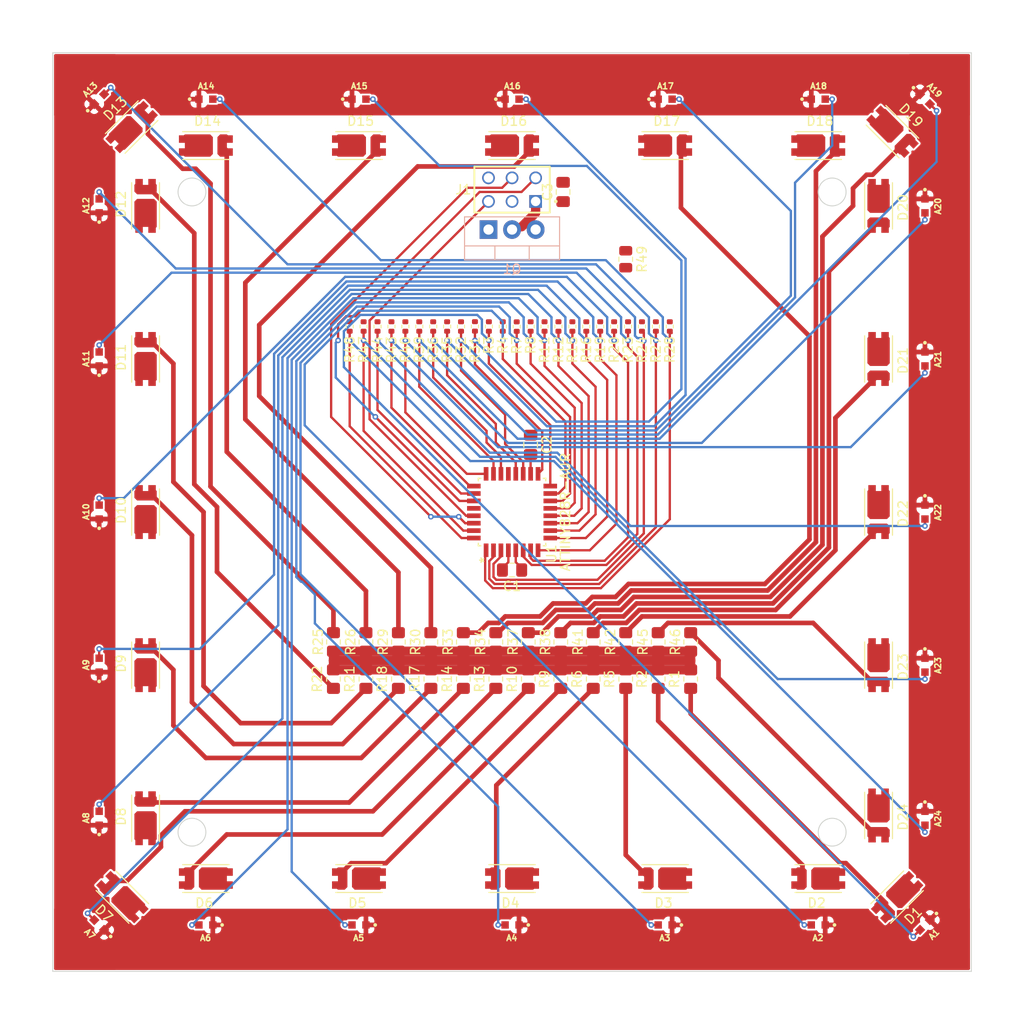
<source format=kicad_pcb>
(kicad_pcb (version 20211014) (generator pcbnew)
  (layers (0 "F.Cu" signal) (31 "B.Cu" signal) (34 "B.Paste" user) (35 "F.Paste" user) (36 "B.SilkS" user "B.Silkscreen") (37 "F.SilkS" user "F.Silkscreen") (38 "B.Mask" user) (39 "F.Mask" user) (44 "Edge.Cuts" user))
  (net 0 "")
  (net 1 "+5V")
  (net 2 "/SEN1")
  (net 3 "/SEN2")
  (net 4 "/SEN3")
  (net 5 "/SEN4")
  (net 6 "/SEN5")
  (net 7 "/SEN6")
  (net 8 "/SEN7")
  (net 9 "/SEN8")
  (net 10 "/SEN9")
  (net 11 "/SEN10")
  (net 12 "/SEN11")
  (net 13 "/SEN12")
  (net 14 "/SEN13")
  (net 15 "/SEN14")
  (net 16 "/SEN15")
  (net 17 "/SEN16")
  (net 18 "/SEN17")
  (net 19 "/SEN18")
  (net 20 "/SEN19")
  (net 21 "/SEN20")
  (net 22 "/SEN21")
  (net 23 "/SEN22")
  (net 24 "/SEN23")
  (net 25 "/SEN24")
  (net 26 "GND")
  (net 27 "Net-(D1-PadA)")
  (net 28 "Net-(D2-PadA)")
  (net 29 "Net-(D3-PadA)")
  (net 30 "Net-(D4-PadA)")
  (net 31 "Net-(D5-PadA)")
  (net 32 "Net-(D6-PadA)")
  (net 33 "Net-(D7-PadA)")
  (net 34 "Net-(D8-PadA)")
  (net 35 "Net-(D9-PadA)")
  (net 36 "Net-(D10-PadA)")
  (net 37 "Net-(D11-PadA)")
  (net 38 "Net-(D12-PadA)")
  (net 39 "Net-(D13-PadA)")
  (net 40 "Net-(D14-PadA)")
  (net 41 "Net-(D15-PadA)")
  (net 42 "Net-(D16-PadA)")
  (net 43 "Net-(D17-PadA)")
  (net 44 "Net-(D18-PadA)")
  (net 45 "Net-(D19-PadA)")
  (net 46 "Net-(D20-PadA)")
  (net 47 "Net-(D21-PadA)")
  (net 48 "Net-(D22-PadA)")
  (net 49 "Net-(D23-PadA)")
  (net 50 "Net-(D24-PadA)")
  (net 51 "/SDA{slash}MOSI")
  (net 52 "/SCL")
  (net 53 "/RST")
  (net 54 "/MSFTDRN")
  (net 56 "/LEDPWM")
  (footprint "Capacitor_SMD:C_0805_2012Metric_Pad1.18x1.45mm_HandSolder" (layer "F.Cu") (at 253.5 147.75)
    (fp_text reference "C1")
    (fp_text value "0.1UF")
  )
  (footprint "Resistor_SMD:R_0402_1005Metric" (layer "F.Cu") (at 246.5 121.5 -90)
    (fp_text reference "R35")
    (fp_text value "10K")
  )
  (footprint "ALS-PT19-315C_L177_TR8:XDCR_ALS-PT19-315C_L177_TR8" (layer "F.Cu") (at 298 97 -45)
    (fp_text reference "A19")
    (fp_text value "ALS-PT19-315C/L177/TR8")
  )
  (footprint "Resistor_SMD:R_0402_1005Metric" (layer "F.Cu") (at 269 121.5 -90)
    (fp_text reference "R27")
    (fp_text value "10K")
  )
  (footprint "SPMWHT541ML5XATMS6:LED_SPMWHT541MP5WAPKS4" (layer "F.Cu") (at 211.5 183 135)
    (fp_text reference "D7")
    (fp_text value "SPMWHT541ML5XATMS6")
  )
  (footprint "ALS-PT19-315C_L177_TR8:XDCR_ALS-PT19-315C_L177_TR8" (layer "F.Cu") (at 286.5 97)
    (fp_text reference "A18")
    (fp_text value "ALS-PT19-315C/L177/TR8")
  )
  (footprint "ALS-PT19-315C_L177_TR8:XDCR_ALS-PT19-315C_L177_TR8" (layer "F.Cu") (at 209 108.5 90)
    (fp_text reference "A12")
    (fp_text value "ALS-PT19-315C/L177/TR8")
  )
  (footprint "SPMWHT541ML5XATMS6:LED_SPMWHT541MP5WAPKS4" (layer "F.Cu") (at 214 174.5 90)
    (fp_text reference "D8")
    (fp_text value "SPMWHT541ML5XATMS6")
  )
  (footprint "Resistor_SMD:R_0805_2012Metric_Pad1.20x1.40mm_HandSolder" (layer "F.Cu") (at 272.75 159.5 -90)
    (fp_text reference "R1")
    (fp_text value "261R")
  )
  (footprint "Resistor_SMD:R_0402_1005Metric" (layer "F.Cu") (at 257 121.5 -90)
    (fp_text reference "R11")
    (fp_text value "10K")
  )
  (footprint "Resistor_SMD:R_0805_2012Metric_Pad1.20x1.40mm_HandSolder" (layer "F.Cu") (at 248.25 155.5 90)
    (fp_text reference "R33")
    (fp_text value "261R")
  )
  (footprint "SPMWHT541ML5XATMS6:LED_SPMWHT541MP5WAPKS4" (layer "F.Cu") (at 293 108.5 -90)
    (fp_text reference "D20")
    (fp_text value "SPMWHT541ML5XATMS6")
  )
  (footprint "ALS-PT19-315C_L177_TR8:XDCR_ALS-PT19-315C_L177_TR8" (layer "F.Cu") (at 237 186 180)
    (fp_text reference "A5")
    (fp_text value "ALS-PT19-315C/L177/TR8")
  )
  (footprint "ALS-PT19-315C_L177_TR8:XDCR_ALS-PT19-315C_L177_TR8" (layer "F.Cu") (at 220.5 186 180)
    (fp_text reference "A6")
    (fp_text value "ALS-PT19-315C/L177/TR8")
  )
  (footprint "Resistor_SMD:R_0805_2012Metric_Pad1.20x1.40mm_HandSolder" (layer "F.Cu") (at 265.75 159.5 -90)
    (fp_text reference "R5")
    (fp_text value "261R")
  )
  (footprint "Capacitor_SMD:C_0805_2012Metric_Pad1.18x1.45mm_HandSolder" (layer "F.Cu") (at 255.5 134.25 90)
    (fp_text reference "C2")
    (fp_text value "0.1UF")
  )
  (footprint "Resistor_SMD:R_0402_1005Metric" (layer "F.Cu") (at 264.5 121.5 -90)
    (fp_text reference "R20")
    (fp_text value "10K")
  )
  (footprint "Resistor_SMD:R_0805_2012Metric_Pad1.20x1.40mm_HandSolder" (layer "F.Cu") (at 262.25 155.5 90)
    (fp_text reference "R41")
    (fp_text value "261R")
  )
  (footprint "Resistor_SMD:R_0402_1005Metric" (layer "F.Cu") (at 255.5 121.5 -90)
    (fp_text reference "R8")
    (fp_text value "10K")
  )
  (footprint "Resistor_SMD:R_0402_1005Metric" (layer "F.Cu") (at 252.5 121.5 -90)
    (fp_text reference "R4")
    (fp_text value "10K")
  )
  (footprint "SPMWHT541ML5XATMS6:LED_SPMWHT541MP5WAPKS4" (layer "F.Cu") (at 270 102)
    (fp_text reference "D17")
    (fp_text value "SPMWHT541ML5XATMS6")
  )
  (footprint "Resistor_SMD:R_0805_2012Metric_Pad1.20x1.40mm_HandSolder" (layer "F.Cu") (at 241.25 159.5 -90)
    (fp_text reference "R18")
    (fp_text value "261R")
  )
  (footprint "SPMWHT541ML5XATMS6:LED_SPMWHT541MP5WAPKS4" (layer "F.Cu") (at 253.5 181 180)
    (fp_text reference "D4")
    (fp_text value "SPMWHT541ML5XATMS6")
  )
  (footprint "ALS-PT19-315C_L177_TR8:XDCR_ALS-PT19-315C_L177_TR8" (layer "F.Cu") (at 253.5 97)
    (fp_text reference "A16")
    (fp_text value "ALS-PT19-315C/L177/TR8")
  )
  (footprint "Resistor_SMD:R_0402_1005Metric" (layer "F.Cu") (at 266 121.5 -90)
    (fp_text reference "R23")
    (fp_text value "10K")
  )
  (footprint "Resistor_SMD:R_0805_2012Metric_Pad1.20x1.40mm_HandSolder" (layer "F.Cu") (at 234.25 159.5 -90)
    (fp_text reference "R22")
    (fp_text value "261R")
  )
  (footprint "Resistor_SMD:R_0805_2012Metric_Pad1.20x1.40mm_HandSolder" (layer "F.Cu") (at 265.75 155.5 90)
    (fp_text reference "R42")
    (fp_text value "261R")
  )
  (footprint "ALS-PT19-315C_L177_TR8:XDCR_ALS-PT19-315C_L177_TR8" (layer "F.Cu") (at 298 186 -135)
    (fp_text reference "A1")
    (fp_text value "ALS-PT19-315C/L177/TR8")
  )
  (footprint "SPMWHT541ML5XATMS6:LED_SPMWHT541MP5WAPKS4" (layer "F.Cu") (at 212.5 100 45)
    (fp_text reference "D13")
    (fp_text value "SPMWHT541ML5XATMS6")
  )
  (footprint "SPMWHT541ML5XATMS6:LED_SPMWHT541MP5WAPKS4" (layer "F.Cu") (at 214 158 90)
    (fp_text reference "D9")
    (fp_text value "SPMWHT541ML5XATMS6")
  )
  (footprint "SPMWHT541ML5XATMS6:LED_SPMWHT541MP5WAPKS4" (layer "F.Cu") (at 293 174.2 -90)
    (fp_text reference "D24")
    (fp_text value "SPMWHT541ML5XATMS6")
  )
  (footprint "Resistor_SMD:R_0805_2012Metric_Pad1.20x1.40mm_HandSolder" (layer "F.Cu") (at 251.75 159.5 -90)
    (fp_text reference "R13")
    (fp_text value "261R")
  )
  (footprint "ATTINY828R-AUR:TQFP32_9X9_MCH" (layer "F.Cu") (at 253.5 141.5 90)
    (fp_text reference "U1")
    (fp_text value "ATTINY828R-AUR")
  )
  (footprint "Resistor_SMD:R_0805_2012Metric_Pad1.20x1.40mm_HandSolder" (layer "F.Cu") (at 255.25 159.5 -90)
    (fp_text reference "R10")
    (fp_text value "261R")
  )
  (footprint "Resistor_SMD:R_0402_1005Metric" (layer "F.Cu") (at 249.5 121.49 -90)
    (fp_text reference "R31")
    (fp_text value "10K")
  )
  (footprint "Resistor_SMD:R_0402_1005Metric" (layer "F.Cu") (at 242 121.5 -90)
    (fp_text reference "R40")
    (fp_text value "10K")
  )
  (footprint "SPMWHT541ML5XATMS6:LED_SPMWHT541MP5WAPKS4" (layer "F.Cu") (at 214 108.5 90)
    (fp_text reference "D12")
    (fp_text value "SPMWHT541ML5XATMS6")
  )
  (footprint "Resistor_SMD:R_0402_1005Metric" (layer "F.Cu") (at 245 121.5 -90)
    (fp_text reference "R36")
    (fp_text value "10K")
  )
  (footprint "Resistor_SMD:R_0805_2012Metric_Pad1.20x1.40mm_HandSolder" (layer "F.Cu") (at 269.25 155.5 90)
    (fp_text reference "R45")
    (fp_text value "261R")
  )
  (footprint "Resistor_SMD:R_0805_2012Metric_Pad1.20x1.40mm_HandSolder" (layer "F.Cu") (at 258.75 159.5 -90)
    (fp_text reference "R9")
    (fp_text value "261R")
  )
  (footprint "Resistor_SMD:R_0402_1005Metric" (layer "F.Cu") (at 267.5 121.5 -90)
    (fp_text reference "R24")
    (fp_text value "10K")
  )
  (footprint "SPMWHT541ML5XATMS6:LED_SPMWHT541MP5WAPKS4" (layer "F.Cu") (at 237 102)
    (fp_text reference "D15")
    (fp_text value "SPMWHT541ML5XATMS6")
  )
  (footprint "SPMWHT541ML5XATMS6:LED_SPMWHT541MP5WAPKS4" (layer "F.Cu") (at 286.5 102)
    (fp_text reference "D18")
    (fp_text value "SPMWHT541ML5XATMS6")
  )
  (footprint "Resistor_SMD:R_0402_1005Metric" (layer "F.Cu") (at 239 121.5 -90)
    (fp_text reference "R44")
    (fp_text value "10K")
  )
  (footprint "ALS-PT19-315C_L177_TR8:XDCR_ALS-PT19-315C_L177_TR8" (layer "F.Cu") (at 220.5 97)
    (fp_text reference "A14")
    (fp_text value "ALS-PT19-315C/L177/TR8")
  )
  (footprint "ALS-PT19-315C_L177_TR8:XDCR_ALS-PT19-315C_L177_TR8" (layer "F.Cu") (at 270 186 180)
    (fp_text reference "A3")
    (fp_text value "ALS-PT19-315C/L177/TR8")
  )
  (footprint "Resistor_SMD:R_0805_2012Metric_Pad1.20x1.40mm_HandSolder" (layer "F.Cu") (at 262.25 159.5 -90)
    (fp_text reference "R6")
    (fp_text value "261R")
  )
  (footprint "SPMWHT541ML5XATMS6:LED_SPMWHT541MP5WAPKS4" (layer "F.Cu") (at 237 181 180)
    (fp_text reference "D5")
    (fp_text value "SPMWHT541ML5XATMS6")
  )
  (footprint "Resistor_SMD:R_0402_1005Metric" (layer "F.Cu") (at 254 121.51 -90)
    (fp_text reference "R7")
    (fp_text value "10K")
  )
  (footprint "ALS-PT19-315C_L177_TR8:XDCR_ALS-PT19-315C_L177_TR8" (layer "F.Cu") (at 209 125 90)
    (fp_text reference "A11")
    (fp_text value "ALS-PT19-315C/L177/TR8")
  )
  (footprint "Resistor_SMD:R_0805_2012Metric" (layer "F.Cu") (at 265.75 114.25 90)
    (fp_text reference "R49")
    (fp_text value "10K")
  )
  (footprint "SPMWHT541ML5XATMS6:LED_SPMWHT541MP5WAPKS4" (layer "F.Cu") (at 293 125 -90)
    (fp_text reference "D21")
    (fp_text value "SPMWHT541ML5XATMS6")
  )
  (footprint "ALS-PT19-315C_L177_TR8:XDCR_ALS-PT19-315C_L177_TR8" (layer "F.Cu") (at 209 141.5 90)
    (fp_text reference "A10")
    (fp_text value "ALS-PT19-315C/L177/TR8")
  )
  (footprint "SPMWHT541ML5XATMS6:LED_SPMWHT541MP5WAPKS4" (layer "F.Cu") (at 253.5 102)
    (fp_text reference "D16")
    (fp_text value "SPMWHT541ML5XATMS6")
  )
  (footprint "Resistor_SMD:R_0402_1005Metric" (layer "F.Cu") (at 260 121.5 -90)
    (fp_text reference "R15")
    (fp_text value "10K")
  )
  (footprint "SPMWHT541ML5XATMS6:LED_SPMWHT541MP5WAPKS4" (layer "F.Cu") (at 294.5 100.5 -45)
    (fp_text reference "D19")
    (fp_text value "SPMWHT541ML5XATMS6")
  )
  (footprint "Resistor_SMD:R_0402_1005Metric" (layer "F.Cu") (at 251 121.5 -90)
    (fp_text reference "R3")
    (fp_text value "10K")
  )
  (footprint "SPMWHT541ML5XATMS6:LED_SPMWHT541MP5WAPKS4" (layer "F.Cu") (at 220.5 102)
    (fp_text reference "D14")
    (fp_text value "SPMWHT541ML5XATMS6")
  )
  (footprint "Resistor_SMD:R_0402_1005Metric" (layer "F.Cu") (at 237.5 121.5 -90)
    (fp_text reference "R47")
    (fp_text value "10K")
  )
  (footprint "SPMWHT541ML5XATMS6:LED_SPMWHT541MP5WAPKS4" (layer "F.Cu") (at 270 181 180)
    (fp_text reference "D3")
    (fp_text value "SPMWHT541ML5XATMS6")
  )
  (footprint "SPMWHT541ML5XATMS6:LED_SPMWHT541MP5WAPKS4" (layer "F.Cu") (at 293 141.5 -90)
    (fp_text reference "D22")
    (fp_text value "SPMWHT541ML5XATMS6")
  )
  (footprint "Resistor_SMD:R_0402_1005Metric" (layer "F.Cu") (at 236 121.5 -90)
    (fp_text reference "R48")
    (fp_text value "10K")
  )
  (footprint "SPMWHT541ML5XATMS6:LED_SPMWHT541MP5WAPKS4" (layer "F.Cu") (at 295 183 -135)
    (fp_text reference "D1")
    (fp_text value "SPMWHT541ML5XATMS6")
  )
  (footprint "Resistor_SMD:R_0402_1005Metric" (layer "F.Cu") (at 240.5 121.5 -90)
    (fp_text reference "R43")
    (fp_text value "10K")
  )
  (footprint "Resistor_SMD:R_0402_1005Metric" (layer "F.Cu") (at 248 121.5 -90)
    (fp_text reference "R32")
    (fp_text value "10K")
  )
  (footprint "Resistor_SMD:R_0402_1005Metric" (layer "F.Cu") (at 261.5 121.5 -90)
    (fp_text reference "R16")
    (fp_text value "10K")
  )
  (footprint "ALS-PT19-315C_L177_TR8:XDCR_ALS-PT19-315C_L177_TR8" (layer "F.Cu") (at 298 158 -90)
    (fp_text reference "A23")
    (fp_text value "ALS-PT19-315C/L177/TR8")
  )
  (footprint "Capacitor_SMD:C_0805_2012Metric_Pad1.18x1.45mm_HandSolder" (layer "F.Cu") (at 259 107 90)
    (fp_text reference "C3")
    (fp_text value "10UF")
  )
  (footprint "Resistor_SMD:R_0402_1005Metric" (layer "F.Cu") (at 243.5 121.5 -90)
    (fp_text reference "R39")
    (fp_text value "10K")
  )
  (footprint "Resistor_SMD:R_0805_2012Metric_Pad1.20x1.40mm_HandSolder" (layer "F.Cu") (at 251.75 155.5 90)
    (fp_text reference "R34")
    (fp_text value "261R")
  )
  (footprint "ALS-PT19-315C_L177_TR8:XDCR_ALS-PT19-315C_L177_TR8" (layer "F.Cu") (at 209 158 90)
    (fp_text reference "A9")
    (fp_text value "ALS-PT19-315C/L177/TR8")
  )
  (footprint "Resistor_SMD:R_0805_2012Metric_Pad1.20x1.40mm_HandSolder" (layer "F.Cu") (at 241.25 155.5 90)
    (fp_text reference "R29")
    (fp_text value "261R")
  )
  (footprint "ALS-PT19-315C_L177_TR8:XDCR_ALS-PT19-315C_L177_TR8" (layer "F.Cu") (at 237 97)
    (fp_text reference "A15")
    (fp_text value "ALS-PT19-315C/L177/TR8")
  )
  (footprint "Resistor_SMD:R_0402_1005Metric" (layer "F.Cu") (at 270.5 121.5 -90)
    (fp_text reference "R28")
    (fp_text value "10K")
  )
  (footprint "Resistor_SMD:R_0402_1005Metric" (layer "F.Cu") (at 263 121.5 -90)
    (fp_text reference "R19")
    (fp_text value "10K")
  )
  (footprint "ALS-PT19-315C_L177_TR8:XDCR_ALS-PT19-315C_L177_TR8" (layer "F.Cu") (at 209 97 45)
    (fp_text reference "A13")
    (fp_text value "ALS-PT19-315C/L177/TR8")
  )
  (footprint "Resistor_SMD:R_0805_2012Metric_Pad1.20x1.40mm_HandSolder" (layer "F.Cu") (at 237.75 159.5 -90)
    (fp_text reference "R21")
    (fp_text value "261R")
  )
  (footprint "Resistor_SMD:R_0805_2012Metric_Pad1.20x1.40mm_HandSolder" (layer "F.Cu") (at 237.75 155.5 90)
    (fp_text reference "R26")
    (fp_text value "261R")
  )
  (footprint "ALS-PT19-315C_L177_TR8:XDCR_ALS-PT19-315C_L177_TR8" (layer "F.Cu") (at 298 174.5 -90)
    (fp_text reference "A24")
    (fp_text value "ALS-PT19-315C/L177/TR8")
  )
  (footprint "ALS-PT19-315C_L177_TR8:XDCR_ALS-PT19-315C_L177_TR8" (layer "F.Cu") (at 298 125 -90)
    (fp_text reference "A21")
    (fp_text value "ALS-PT19-315C/L177/TR8")
  )
  (footprint "ALS-PT19-315C_L177_TR8:XDCR_ALS-PT19-315C_L177_TR8" (layer "F.Cu") (at 253.5 186 180)
    (fp_text reference "A4")
    (fp_text value "ALS-PT19-315C/L177/TR8")
  )
  (footprint "SSQ-103-01-T-D:SAMTEC_SSQ-103-01-T-D" (layer "F.Cu") (at 253.5 106.75)
    (fp_text reference "J1")
    (fp_text value "SSQ-103-01-T-D")
  )
  (footprint "Resistor_SMD:R_0805_2012Metric_Pad1.20x1.40mm_HandSolder" (layer "F.Cu") (at 272.75 155.5 90)
    (fp_text reference "R46")
    (fp_text value "261R")
  )
  (footprint "SPMWHT541ML5XATMS6:LED_SPMWHT541MP5WAPKS4" (layer "F.Cu") (at 220.5 181 180)
    (fp_text reference "D6")
    (fp_text value "SPMWHT541ML5XATMS6")
  )
  (footprint "ALS-PT19-315C_L177_TR8:XDCR_ALS-PT19-315C_L177_TR8" (layer "F.Cu") (at 209 174.5 90)
    (fp_text reference "A8")
    (fp_text value "ALS-PT19-315C/L177/TR8")
  )
  (footprint "Resistor_SMD:R_0805_2012Metric_Pad1.20x1.40mm_HandSolder" (layer "F.Cu") (at 255.25 155.5 90)
    (fp_text reference "R37")
    (fp_text value "261R")
  )
  (footprint "ALS-PT19-315C_L177_TR8:XDCR_ALS-PT19-315C_L177_TR8" (layer "F.Cu") (at 298 108.5 -90)
    (fp_text reference "A20")
    (fp_text value "ALS-PT19-315C/L177/TR8")
  )
  (footprint "SPMWHT541ML5XATMS6:LED_SPMWHT541MP5WAPKS4" (layer "F.Cu") (at 214 125 90)
    (fp_text reference "D11")
    (fp_text value "SPMWHT541ML5XATMS6")
  )
  (footprint "ALS-PT19-315C_L177_TR8:XDCR_ALS-PT19-315C_L177_TR8" (layer "F.Cu") (at 209 186 135)
    (fp_text reference "A7")
    (fp_text value "ALS-PT19-315C/L177/TR8")
  )
  (footprint "SPMWHT541ML5XATMS6:LED_SPMWHT541MP5WAPKS4" (layer "F.Cu") (at 214 141.5 90)
    (fp_text reference "D10")
    (fp_text value "SPMWHT541ML5XATMS6")
  )
  (footprint "SPMWHT541ML5XATMS6:LED_SPMWHT541MP5WAPKS4" (layer "F.Cu") (at 286.5 181 180)
    (fp_text reference "D2")
    (fp_text value "SPMWHT541ML5XATMS6")
  )
  (footprint "Resistor_SMD:R_0402_1005Metric" (layer "F.Cu") (at 258.5 121.5 -90)
    (fp_text reference "R12")
    (fp_text value "10K")
  )
  (footprint "Resistor_SMD:R_0805_2012Metric_Pad1.20x1.40mm_HandSolder" (layer "F.Cu") (at 244.75 155.5 90)
    (fp_text reference "R30")
    (fp_text value "261R")
  )
  (footprint "Resistor_SMD:R_0805_2012Metric_Pad1.20x1.40mm_HandSolder" (layer "F.Cu") (at 234.25 155.5 90)
    (fp_text reference "R25")
    (fp_text value "261R")
  )
  (footprint "Resistor_SMD:R_0805_2012Metric_Pad1.20x1.40mm_HandSolder" (layer "F.Cu") (at 269.25 159.5 -90)
    (fp_text reference "R2")
    (fp_text value "261R")
  )
  (footprint "Resistor_SMD:R_0805_2012Metric_Pad1.20x1.40mm_HandSolder" (layer "F.Cu") (at 258.75 155.5 90)
    (fp_text reference "R38")
    (fp_text value "261R")
  )
  (footprint "ALS-PT19-315C_L177_TR8:XDCR_ALS-PT19-315C_L177_TR8" (layer "F.Cu") (at 286.5 186 180)
    (fp_text reference "A2")
    (fp_text value "ALS-PT19-315C/L177/TR8")
  )
  (footprint "Resistor_SMD:R_0805_2012Metric_Pad1.20x1.40mm_HandSolder" (layer "F.Cu") (at 244.75 159.5 -90)
    (fp_text reference "R17")
    (fp_text value "261R")
  )
  (footprint "ALS-PT19-315C_L177_TR8:XDCR_ALS-PT19-315C_L177_TR8" (layer "F.Cu") (at 298 141.5 -90)
    (fp_text reference "A22")
    (fp_text value "ALS-PT19-315C/L177/TR8")
  )
  (footprint "ALS-PT19-315C_L177_TR8:XDCR_ALS-PT19-315C_L177_TR8" (layer "F.Cu") (at 270 97)
    (fp_text reference "A17")
    (fp_text value "ALS-PT19-315C/L177/TR8")
  )
  (footprint "Resistor_SMD:R_0805_2012Metric_Pad1.20x1.40mm_HandSolder" (layer "F.Cu") (at 248.25 159.5 -90)
    (fp_text reference "R14")
    (fp_text value "261R")
  )
  (footprint "SPMWHT541ML5XATMS6:LED_SPMWHT541MP5WAPKS4" (layer "F.Cu") (at 293 158 -90)
    (fp_text reference "D23")
    (fp_text value "SPMWHT541ML5XATMS6")
  )
  (footprint "Package_TO_SOT_THT:TO-220-3_Vertical" (layer "B.Cu") (at 250.96 111.055)
    (fp_text reference "Q1")
    (fp_text value "IRLZ44N")
  )
  (gr_line (start 204 92) (end 303 92) (layer "Edge.Cuts") (width 0.1))
  (gr_circle (center 219 107) (end 220.5 107) (layer "Edge.Cuts") (width 0.1) (fill none))
  (gr_line (start 303 191) (end 204 191) (layer "Edge.Cuts") (width 0.1))
  (gr_line (start 204 191) (end 204 92) (layer "Edge.Cuts") (width 0.1))
  (gr_line (start 303 92) (end 303 191) (layer "Edge.Cuts") (width 0.1))
  (gr_circle (center 288 176) (end 289.5 176) (layer "Edge.Cuts") (width 0.1) (fill none))
  (gr_circle (center 288 107) (end 289.5 107) (layer "Edge.Cuts") (width 0.1) (fill none))
  (gr_circle (center 219 176) (end 220.5 176) (layer "Edge.Cuts") (width 0.1) (fill none))
  (segment (start 258.75 156.5) (end 258.75 158.5) (width 1) (layer "F.Cu") (net 1))
  (segment (start 248.25 156.5) (end 248.25 158.5) (width 1) (layer "F.Cu") (net 1))
  (segment (start 234.25 156.5) (end 234.25 157.5) (width 1) (layer "F.Cu") (net 1))
  (segment (start 272.75 156.5) (end 272.75 157.5) (width 1) (layer "F.Cu") (net 1))
  (segment (start 272.75 157.5) (end 234.25 157.5) (width 1) (layer "F.Cu") (net 1))
  (segment (start 251.75 156.5) (end 251.75 158.5) (width 1) (layer "F.Cu") (net 1))
  (segment (start 256.04 108.02) (end 256.04 109.2475) (width 1) (layer "F.Cu") (net 1))
  (segment (start 265.75 156.5) (end 265.75 158.5) (width 1) (layer "F.Cu") (net 1))
  (segment (start 234.25 157.5) (end 234.25 158.5) (width 1) (layer "F.Cu") (net 1))
  (segment (start 262.25 156.5) (end 262.25 158.5) (width 1) (layer "F.Cu") (net 1))
  (segment (start 269.25 158.5) (end 269.25 156.5) (width 1) (layer "F.Cu") (net 1))
  (segment (start 237.75 156.5) (end 237.75 158.5) (width 1) (layer "F.Cu") (net 1))
  (segment (start 253.1 146.9) (end 253.1 145.619) (width 0.25) (layer "F.Cu") (net 1))
  (segment (start 255.25 156.5) (end 255.25 158.5) (width 1) (layer "F.Cu") (net 1))
  (segment (start 252.4625 147.5375) (end 253.1 146.9) (width 0.25) (layer "F.Cu") (net 1))
  (segment (start 234.25 158.5) (end 272.75 158.5) (width 1) (layer "F.Cu") (net 1))
  (segment (start 272.75 156.5) (end 234.25 156.5) (width 1) (layer "F.Cu") (net 1))
  (segment (start 252.4625 147.75) (end 252.4625 147.5375) (width 0.25) (layer "F.Cu") (net 1))
  (segment (start 256.04 109.2475) (end 254.5375 110.75) (width 1) (layer "F.Cu") (net 1))
  (segment (start 272.75 157.5) (end 272.75 158.5) (width 1) (layer "F.Cu") (net 1))
  (segment (start 241.25 156.5) (end 241.25 158.5) (width 1) (layer "F.Cu") (net 1))
  (segment (start 244.75 156.5) (end 244.75 158.5) (width 1) (layer "F.Cu") (net 1))
  (segment (start 255.5 135.2875) (end 255.5 137.381) (width 0.25) (layer "F.Cu") (net 1))
  (segment (start 296.75 187.25) (end 297.46967 186.53033) (width 0.25) (layer "F.Cu") (net 2))
  (segment (start 251 125.5) (end 257.619 132.119) (width 0.25) (layer "F.Cu") (net 2))
  (segment (start 251 123) (end 251 125.5) (width 0.25) (layer "F.Cu") (net 2))
  (segment (start 257.619 132.119) (end 257.619 138.7) (width 0.25) (layer "F.Cu") (net 2))
  (segment (start 251 122.01) (end 251 123) (width 0.25) (layer "F.Cu") (net 2))
  (segment (start 257.619 138.7) (end 258.0964 138.7) (width 0.25) (layer "F.Cu") (net 2))
  (via (at 296.75 187.25) (size 0.6) (drill 0.3) (layers "F.Cu" "B.Cu") (net 2))
  (via (at 251 123) (size 0.6) (drill 0.3) (layers "F.Cu" "B.Cu") (net 2))
  (segment (start 249.75 120.25) (end 237.136396 120.25) (width 0.25) (layer "B.Cu") (net 2))
  (segment (start 235.375 122.011396) (end 235.375 125.875) (width 0.25) (layer "B.Cu") (net 2))
  (segment (start 235.375 125.875) (end 296.75 187.25) (width 0.25) (layer "B.Cu") (net 2))
  (segment (start 250.25 122.25) (end 250.25 120.75) (width 0.25) (layer "B.Cu") (net 2))
  (segment (start 237.136396 120.25) (end 235.375 122.011396) (width 0.25) (layer "B.Cu") (net 2))
  (segment (start 250.25 120.75) (end 249.75 120.25) (width 0.25) (layer "B.Cu") (net 2))
  (segment (start 251 123) (end 250.25 122.25) (width 0.25) (layer "B.Cu") (net 2))
  (segment (start 252.5 122.01) (end 252.5 123) (width 0.25) (layer "F.Cu") (net 3))
  (segment (start 258.5 139.5) (end 257.619 139.5) (width 0.25) (layer "F.Cu") (net 3))
  (segment (start 252.5 123) (end 252.5 125) (width 0.25) (layer "F.Cu") (net 3))
  (segment (start 252.5 125) (end 259.25 131.75) (width 0.25) (layer "F.Cu") (net 3))
  (segment (start 285.75 186) (end 285 186) (width 0.25) (layer "F.Cu") (net 3))
  (segment (start 259.25 131.75) (end 259.25 138.75) (width 0.25) (layer "F.Cu") (net 3))
  (segment (start 259.25 138.75) (end 258.5 139.5) (width 0.25) (layer "F.Cu") (net 3))
  (via (at 252.5 123) (size 0.6) (drill 0.3) (layers "F.Cu" "B.Cu") (net 3))
  (via (at 285 186) (size 0.6) (drill 0.3) (layers "F.Cu" "B.Cu") (net 3))
  (segment (start 231.15 132.15) (end 231.15 125.6) (width 0.25) (layer "B.Cu") (net 3))
  (segment (start 251.3 119.8) (end 252.5 121) (width 0.25) (layer "B.Cu") (net 3))
  (segment (start 285 186) (end 231.15 132.15) (width 0.25) (layer "B.Cu") (net 3))
  (segment (start 231.15 125.6) (end 236.95 119.8) (width 0.25) (layer "B.Cu") (net 3))
  (segment (start 252.5 121) (end 252.5 123) (width 0.25) (layer "B.Cu") (net 3))
  (segment (start 236.95 119.8) (end 251.3 119.8) (width 0.25) (layer "B.Cu") (net 3))
  (segment (start 268.5 186) (end 269.25 186) (width 0.25) (layer "F.Cu") (net 4))
  (segment (start 254 125.5) (end 259.75 131.25) (width 0.25) (layer "F.Cu") (net 4))
  (segment (start 254 122.02) (end 254 123) (width 0.25) (layer "F.Cu") (net 4))
  (segment (start 254 123) (end 254 125.5) (width 0.25) (layer "F.Cu") (net 4))
  (segment (start 259.75 139.5) (end 258.95 140.3) (width 0.25) (layer "F.Cu") (net 4))
  (segment (start 258.95 140.3) (end 257.619 140.3) (width 0.25) (layer "F.Cu") (net 4))
  (segment (start 259.75 131.25) (end 259.75 139.5) (width 0.25) (layer "F.Cu") (net 4))
  (via (at 268.5 186) (size 0.6) (drill 0.3) (layers "F.Cu" "B.Cu") (net 4))
  (via (at 254 123) (size 0.6) (drill 0.3) (layers "F.Cu" "B.Cu") (net 4))
  (segment (start 230.7 148.2) (end 268.5 186) (width 0.25) (layer "B.Cu") (net 4))
  (segment (start 236.763604 119.35) (end 230.7 125.413604) (width 0.25) (layer "B.Cu") (net 4))
  (segment (start 252.1 119.35) (end 236.763604 119.35) (width 0.25) (layer "B.Cu") (net 4))
  (segment (start 230.7 125.413604) (end 230.7 148.2) (width 0.25) (layer "B.Cu") (net 4))
  (segment (start 254 123) (end 253.25 122.25) (width 0.25) (layer "B.Cu") (net 4))
  (segment (start 253.25 120.5) (end 252.1 119.35) (width 0.25) (layer "B.Cu") (net 4))
  (segment (start 253.25 122.25) (end 253.25 120.5) (width 0.25) (layer "B.Cu") (net 4))
  (segment (start 255.5 123) (end 255.5 125.5) (width 0.25) (layer "F.Cu") (net 5))
  (segment (start 260.25 140.5) (end 259.65 141.1) (width 0.25) (layer "F.Cu") (net 5))
  (segment (start 259.65 141.1) (end 257.619 141.1) (width 0.25) (layer "F.Cu") (net 5))
  (segment (start 255.5 122.01) (end 255.5 123) (width 0.25) (layer "F.Cu") (net 5))
  (segment (start 255.5 125.5) (end 260.25 130.25) (width 0.25) (layer "F.Cu") (net 5))
  (segment (start 260.25 130.25) (end 260.25 140.5) (width 0.25) (layer "F.Cu") (net 5))
  (segment (start 252.75 186) (end 252 186) (width 0.25) (layer "F.Cu") (net 5))
  (via (at 255.5 123) (size 0.6) (drill 0.3) (layers "F.Cu" "B.Cu") (net 5))
  (via (at 252 186) (size 0.6) (drill 0.3) (layers "F.Cu" "B.Cu") (net 5))
  (segment (start 232.25 153.5) (end 232.25 150.386396) (width 0.25) (layer "B.Cu") (net 5))
  (segment (start 230.25 125.227208) (end 236.577208 118.9) (width 0.25) (layer "B.Cu") (net 5))
  (segment (start 236.577208 118.9) (end 253.15 118.9) (width 0.25) (layer "B.Cu") (net 5))
  (segment (start 252 186) (end 252 173.25) (width 0.25) (layer "B.Cu") (net 5))
  (segment (start 230.863604 149) (end 230.75 149) (width 0.25) (layer "B.Cu") (net 5))
  (segment (start 254.75 122.25) (end 255.5 123) (width 0.25) (layer "B.Cu") (net 5))
  (segment (start 252 173.25) (end 232.25 153.5) (width 0.25) (layer "B.Cu") (net 5))
  (segment (start 232.25 150.386396) (end 230.863604 149) (width 0.25) (layer "B.Cu") (net 5))
  (segment (start 254.75 120.5) (end 254.75 122.25) (width 0.25) (layer "B.Cu") (net 5))
  (segment (start 230.75 149) (end 230.25 148.5) (width 0.25) (layer "B.Cu") (net 5))
  (segment (start 230.25 148.5) (end 230.25 125.227208) (width 0.25) (layer "B.Cu") (net 5))
  (segment (start 253.15 118.9) (end 254.75 120.5) (width 0.25) (layer "B.Cu") (net 5))
  (segment (start 236.25 186) (end 235.5 186) (width 0.25) (layer "F.Cu") (net 6))
  (segment (start 257 125.75) (end 257 123) (width 0.25) (layer "F.Cu") (net 6))
  (segment (start 257 123) (end 257 122.01) (width 0.25) (layer "F.Cu") (net 6))
  (segment (start 261 129.75) (end 257 125.75) (width 0.25) (layer "F.Cu") (net 6))
  (segment (start 261 141.1) (end 261 129.75) (width 0.25) (layer "F.Cu") (net 6))
  (segment (start 257.619 141.9) (end 260.2 141.9) (width 0.25) (layer "F.Cu") (net 6))
  (segment (start 260.2 141.9) (end 261 141.1) (width 0.25) (layer "F.Cu") (net 6))
  (via (at 257 123) (size 0.6) (drill 0.3) (layers "F.Cu" "B.Cu") (net 6))
  (via (at 235.5 186) (size 0.6) (drill 0.3) (layers "F.Cu" "B.Cu") (net 6))
  (segment (start 229.75 125.090812) (end 236.390812 118.45) (width 0.25) (layer "B.Cu") (net 6))
  (segment (start 229.75 180.25) (end 229.75 125.090812) (width 0.25) (layer "B.Cu") (net 6))
  (segment (start 254.2 118.45) (end 256.25 120.5) (width 0.25) (layer "B.Cu") (net 6))
  (segment (start 235.5 186) (end 229.75 180.25) (width 0.25) (layer "B.Cu") (net 6))
  (segment (start 256.25 122.25) (end 257 123) (width 0.25) (layer "B.Cu") (net 6))
  (segment (start 256.25 120.5) (end 256.25 122.25) (width 0.25) (layer "B.Cu") (net 6))
  (segment (start 236.390812 118.45) (end 254.2 118.45) (width 0.25) (layer "B.Cu") (net 6))
  (segment (start 219 186) (end 219.75 186) (width 0.25) (layer "F.Cu") (net 7))
  (segment (start 260.55 142.7) (end 257.619 142.7) (width 0.25) (layer "F.Cu") (net 7))
  (segment (start 261.75 141.5) (end 260.55 142.7) (width 0.25) (layer "F.Cu") (net 7))
  (segment (start 258.5 122.01) (end 258.5 123) (width 0.25) (layer "F.Cu") (net 7))
  (segment (start 258.5 125.75) (end 261.75 129) (width 0.25) (layer "F.Cu") (net 7))
  (segment (start 261.75 129) (end 261.75 141.5) (width 0.25) (layer "F.Cu") (net 7))
  (segment (start 258.5 123) (end 258.5 125.75) (width 0.25) (layer "F.Cu") (net 7))
  (via (at 258.5 123) (size 0.6) (drill 0.3) (layers "F.Cu" "B.Cu") (net 7))
  (via (at 219 186) (size 0.6) (drill 0.3) (layers "F.Cu" "B.Cu") (net 7))
  (segment (start 236.204416 118) (end 229.3 124.904416) (width 0.25) (layer "B.Cu") (net 7))
  (segment (start 257.75 120.5) (end 255.25 118) (width 0.25) (layer "B.Cu") (net 7))
  (segment (start 257.75 122.25) (end 257.75 120.5) (width 0.25) (layer "B.Cu") (net 7))
  (segment (start 229.3 124.904416) (end 229.3 175.7) (width 0.25) (layer "B.Cu") (net 7))
  (segment (start 258.5 123) (end 257.75 122.25) (width 0.25) (layer "B.Cu") (net 7))
  (segment (start 255.25 118) (end 236.204416 118) (width 0.25) (layer "B.Cu") (net 7))
  (segment (start 229.3 175.7) (end 219 186) (width 0.25) (layer "B.Cu") (net 7))
  (segment (start 260 125.5) (end 262.5 128) (width 0.25) (layer "F.Cu") (net 8))
  (segment (start 262.5 128) (end 262.5 141.75) (width 0.25) (layer "F.Cu") (net 8))
  (segment (start 260.75 143.5) (end 257.619 143.5) (width 0.25) (layer "F.Cu") (net 8))
  (segment (start 262.5 141.75) (end 260.75 143.5) (width 0.25) (layer "F.Cu") (net 8))
  (segment (start 260 122.01) (end 260 123) (width 0.25) (layer "F.Cu") (net 8))
  (segment (start 207.75 184.75) (end 208.46967 185.46967) (width 0.25) (layer "F.Cu") (net 8))
  (segment (start 260 123) (end 260 125.5) (width 0.25) (layer "F.Cu") (net 8))
  (via (at 207.75 184.75) (size 0.6) (drill 0.3) (layers "F.Cu" "B.Cu") (net 8))
  (via (at 260 123) (size 0.6) (drill 0.3) (layers "F.Cu" "B.Cu") (net 8))
  (segment (start 228.75 163.75) (end 207.75 184.75) (width 0.25) (layer "B.Cu") (net 8))
  (segment (start 259.25 120.5) (end 256.3 117.55) (width 0.25) (layer "B.Cu") (net 8))
  (segment (start 228.75 124.81802) (end 228.75 163.75) (width 0.25) (layer "B.Cu") (net 8))
  (segment (start 260 123) (end 259.25 122.25) (width 0.25) (layer "B.Cu") (net 8))
  (segment (start 256.3 117.55) (end 236.01802 117.55) (width 0.25) (layer "B.Cu") (net 8))
  (segment (start 259.25 122.25) (end 259.25 120.5) (width 0.25) (layer "B.Cu") (net 8))
  (segment (start 236.01802 117.55) (end 228.75 124.81802) (width 0.25) (layer "B.Cu") (net 8))
  (segment (start 261.5 123) (end 261.5 125) (width 0.25) (layer "F.Cu") (net 9))
  (segment (start 261.5 122.01) (end 261.5 123) (width 0.25) (layer "F.Cu") (net 9))
  (segment (start 209 173.75) (end 209 173) (width 0.25) (layer "F.Cu") (net 9))
  (segment (start 261.45 144.3) (end 257.619 144.3) (width 0.25) (layer "F.Cu") (net 9))
  (segment (start 263.75 142) (end 261.45 144.3) (width 0.25) (layer "F.Cu") (net 9))
  (segment (start 261.5 125) (end 263.75 127.25) (width 0.25) (layer "F.Cu") (net 9))
  (segment (start 263.75 127.25) (end 263.75 142) (width 0.25) (layer "F.Cu") (net 9))
  (via (at 209 173) (size 0.6) (drill 0.3) (layers "F.Cu" "B.Cu") (net 9))
  (via (at 261.5 123) (size 0.6) (drill 0.3) (layers "F.Cu" "B.Cu") (net 9))
  (segment (start 260.75 120.625) (end 260.75 122.25) (width 0.25) (layer "B.Cu") (net 9))
  (segment (start 260.75 122.25) (end 261.5 123) (width 0.25) (layer "B.Cu") (net 9))
  (segment (start 228.3 124.631624) (end 235.831624 117.1) (width 0.25) (layer "B.Cu") (net 9))
  (segment (start 228.3 153.7) (end 228.3 124.631624) (width 0.25) (layer "B.Cu") (net 9))
  (segment (start 257.225 117.1) (end 260.75 120.625) (width 0.25) (layer "B.Cu") (net 9))
  (segment (start 209 173) (end 228.3 153.7) (width 0.25) (layer "B.Cu") (net 9))
  (segment (start 235.831624 117.1) (end 257.225 117.1) (width 0.25) (layer "B.Cu") (net 9))
  (segment (start 264.75 142.75) (end 264.75 126.75) (width 0.25) (layer "F.Cu") (net 10))
  (segment (start 261.881 145.619) (end 264.75 142.75) (width 0.25) (layer "F.Cu") (net 10))
  (segment (start 263 125) (end 263 123) (width 0.25) (layer "F.Cu") (net 10))
  (segment (start 256.3 145.619) (end 261.881 145.619) (width 0.25) (layer "F.Cu") (net 10))
  (segment (start 209 156.25) (end 209 157.25) (width 0.25) (layer "F.Cu") (net 10))
  (segment (start 264.75 126.75) (end 263 125) (width 0.25) (layer "F.Cu") (net 10))
  (segment (start 263 123) (end 263 122.01) (width 0.25) (layer "F.Cu") (net 10))
  (via (at 209 156.25) (size 0.6) (drill 0.3) (layers "F.Cu" "B.Cu") (net 10))
  (via (at 263 123) (size 0.6) (drill 0.3) (layers "F.Cu" "B.Cu") (net 10))
  (segment (start 262.25 122.25) (end 262.25 120.5) (width 0.25) (layer "B.Cu") (net 10))
  (segment (start 258.4 116.65) (end 235.645228 116.65) (width 0.25) (layer "B.Cu") (net 10))
  (segment (start 263 123) (end 262.25 122.25) (width 0.25) (layer "B.Cu") (net 10))
  (segment (start 235.645228 116.65) (end 227.85 124.445228) (width 0.25) (layer "B.Cu") (net 10))
  (segment (start 227.85 124.445228) (end 227.85 148.25) (width 0.25) (layer "B.Cu") (net 10))
  (segment (start 227.85 148.25) (end 219.85 156.25) (width 0.25) (layer "B.Cu") (net 10))
  (segment (start 262.25 120.5) (end 258.4 116.65) (width 0.25) (layer "B.Cu") (net 10))
  (segment (start 219.85 156.25) (end 209 156.25) (width 0.25) (layer "B.Cu") (net 10))
  (segment (start 255.5 146.4536) (end 255.5 145.619) (width 0.25) (layer "F.Cu") (net 11))
  (segment (start 264.5 123.875) (end 266 125.375) (width 0.25) (layer "F.Cu") (net 11))
  (segment (start 264.5 122.01) (end 264.5 123) (width 0.25) (layer "F.Cu") (net 11))
  (segment (start 209 140) (end 209 140.75) (width 0.25) (layer "F.Cu") (net 11))
  (segment (start 266 144.227208) (end 263.477208 146.75) (width 0.25) (layer "F.Cu") (net 11))
  (segment (start 263.477208 146.75) (end 255.7964 146.75) (width 0.25) (layer "F.Cu") (net 11))
  (segment (start 255.7964 146.75) (end 255.5 146.4536) (width 0.25) (layer "F.Cu") (net 11))
  (segment (start 266 125.375) (end 266 144.227208) (width 0.25) (layer "F.Cu") (net 11))
  (segment (start 264.5 123) (end 264.5 123.875) (width 0.25) (layer "F.Cu") (net 11))
  (via (at 264.5 123) (size 0.6) (drill 0.3) (layers "F.Cu" "B.Cu") (net 11))
  (via (at 209 140) (size 0.6) (drill 0.3) (layers "F.Cu" "B.Cu") (net 11))
  (segment (start 259.4 116.15) (end 235.508832 116.15) (width 0.25) (layer "B.Cu") (net 11))
  (segment (start 235.508832 116.15) (end 211.658832 140) (width 0.25) (layer "B.Cu") (net 11))
  (segment (start 211.658832 140) (end 209 140) (width 0.25) (layer "B.Cu") (net 11))
  (segment (start 263.75 120.5) (end 259.4 116.15) (width 0.25) (layer "B.Cu") (net 11))
  (segment (start 264.5 123) (end 263.75 122.25) (width 0.25) (layer "B.Cu") (net 11))
  (segment (start 263.75 122.25) (end 263.75 120.5) (width 0.25) (layer "B.Cu") (net 11))
  (segment (start 263.663604 147.2) (end 255.610004 147.2) (width 0.25) (layer "F.Cu") (net 12))
  (segment (start 267 143.863604) (end 263.663604 147.2) (width 0.25) (layer "F.Cu") (net 12))
  (segment (start 267 124.75) (end 267 143.863604) (width 0.25) (layer "F.Cu") (net 12))
  (segment (start 266 123) (end 266 123.75) (width 0.25) (layer "F.Cu") (net 12))
  (segment (start 209 123.5) (end 209 124.25) (width 0.25) (layer "F.Cu") (net 12))
  (segment (start 255.610004 147.2) (end 254.7 146.289996) (width 0.25) (layer "F.Cu") (net 12))
  (segment (start 254.7 146.289996) (end 254.7 145.619) (width 0.25) (layer "F.Cu") (net 12))
  (segment (start 266 122.01) (end 266 123) (width 0.25) (layer "F.Cu") (net 12))
  (segment (start 266 123.75) (end 267 124.75) (width 0.25) (layer "F.Cu") (net 12))
  (via (at 266 123) (size 0.6) (drill 0.3) (layers "F.Cu" "B.Cu") (net 12))
  (via (at 209 123.5) (size 0.6) (drill 0.3) (layers "F.Cu" "B.Cu") (net 12))
  (segment (start 266 123) (end 265.25 122.25) (width 0.25) (layer "B.Cu") (net 12))
  (segment (start 265.25 120.5) (end 260.45 115.7) (width 0.25) (layer "B.Cu") (net 12))
  (segment (start 260.45 115.7) (end 216.8 115.7) (width 0.25) (layer "B.Cu") (net 12))
  (segment (start 265.25 122.25) (end 265.25 120.5) (width 0.25) (layer "B.Cu") (net 12))
  (segment (start 216.8 115.7) (end 209 123.5) (width 0.25) (layer "B.Cu") (net 12))
  (segment (start 267.7 123.05) (end 267.7 143.8) (width 0.25) (layer "F.Cu") (net 13))
  (segment (start 267.7 122.21) (end 267.7 123.05) (width 0.25) (layer "F.Cu") (net 13))
  (segment (start 251.8 148.8) (end 251.5 148.5) (width 0.25) (layer "F.Cu") (net 13))
  (segment (start 209 107) (end 209 107.75) (width 0.25) (layer "F.Cu") (net 13))
  (segment (start 262.7 148.8) (end 251.8 148.8) (width 0.25) (layer "F.Cu") (net 13))
  (segment (start 252.3 146.286827) (end 252.3 145.619) (width 0.25) (layer "F.Cu") (net 13))
  (segment (start 267.7 143.8) (end 262.7 148.8) (width 0.25) (layer "F.Cu") (net 13))
  (segment (start 267.5 122.01) (end 267.7 122.21) (width 0.25) (layer "F.Cu") (net 13))
  (segment (start 251.5 148.5) (end 251.5 147.086827) (width 0.25) (layer "F.Cu") (net 13))
  (segment (start 251.5 147.086827) (end 252.3 146.286827) (width 0.25) (layer "F.Cu") (net 13))
  (via (at 267.7 123.05) (size 0.6) (drill 0.3) (layers "F.Cu" "B.Cu") (net 13))
  (via (at 209 107) (size 0.6) (drill 0.3) (layers "F.Cu" "B.Cu") (net 13))
  (segment (start 217.25 115.25) (end 209 107) (width 0.25) (layer "B.Cu") (net 13))
  (segment (start 267 122.75) (end 266.75 122.5) (width 0.25) (layer "B.Cu") (net 13))
  (segment (start 266.75 120.5) (end 261.5 115.25) (width 0.25) (layer "B.Cu") (net 13))
  (segment (start 261.5 115.25) (end 217.25 115.25) (width 0.25) (layer "B.Cu") (net 13))
  (segment (start 267.4 122.75) (end 267 122.75) (width 0.25) (layer "B.Cu") (net 13))
  (segment (start 266.75 122.5) (end 266.75 120.5) (width 0.25) (layer "B.Cu") (net 13))
  (segment (start 267.7 123.05) (end 267.4 122.75) (width 0.25) (layer "B.Cu") (net 13))
  (segment (start 210.25 95.75) (end 209.53033 96.46967) (width 0.25) (layer "F.Cu") (net 14))
  (segment (start 269 143.136396) (end 269 123) (width 0.25) (layer "F.Cu") (net 14))
  (segment (start 251.613604 149.25) (end 262.886396 149.25) (width 0.25) (layer "F.Cu") (net 14))
  (segment (start 251.05 148.686396) (end 251.613604 149.25) (width 0.25) (layer "F.Cu") (net 14))
  (segment (start 269 123) (end 269 122.01) (width 0.25) (layer "F.Cu") (net 14))
  (segment (start 262.886396 149.25) (end 269 143.136396) (width 0.25) (layer "F.Cu") (net 14))
  (segment (start 251.05 146.775) (end 251.05 148.686396) (width 0.25) (layer "F.Cu") (net 14))
  (segment (start 251.5 146.325) (end 251.05 146.775) (width 0.25) (layer "F.Cu") (net 14))
  (segment (start 251.5 145.619) (end 251.5 146.325) (width 0.25) (layer "F.Cu") (net 14))
  (via (at 210.25 95.75) (size 0.6) (drill 0.3) (layers "F.Cu" "B.Cu") (net 14))
  (via (at 269 123) (size 0.6) (drill 0.3) (layers "F.Cu" "B.Cu") (net 14))
  (segment (start 268.25 120.5) (end 262.55 114.8) (width 0.25) (layer "B.Cu") (net 14))
  (segment (start 269 123) (end 268.25 122.25) (width 0.25) (layer "B.Cu") (net 14))
  (segment (start 262.55 114.8) (end 229.3 114.8) (width 0.25) (layer "B.Cu") (net 14))
  (segment (start 229.3 114.8) (end 210.25 95.75) (width 0.25) (layer "B.Cu") (net 14))
  (segment (start 268.25 122.25) (end 268.25 120.5) (width 0.25) (layer "B.Cu") (net 14))
  (segment (start 263.072792 149.7) (end 251.427208 149.7) (width 0.25) (layer "F.Cu") (net 15))
  (segment (start 270.5 123) (end 270.5 142.272792) (width 0.25) (layer "F.Cu") (net 15))
  (segment (start 250.6 145.719) (end 250.7 145.619) (width 0.25) (layer "F.Cu") (net 15))
  (segment (start 251.427208 149.7) (end 250.6 148.872792) (width 0.25) (layer "F.Cu") (net 15))
  (segment (start 270.5 122.01) (end 270.5 123) (width 0.25) (layer "F.Cu") (net 15))
  (segment (start 270.5 142.272792) (end 263.072792 149.7) (width 0.25) (layer "F.Cu") (net 15))
  (segment (start 221.25 97) (end 222 97) (width 0.25) (layer "F.Cu") (net 15))
  (segment (start 250.6 148.872792) (end 250.6 145.719) (width 0.25) (layer "F.Cu") (net 15))
  (segment (start 270.5 122.01) (end 270.7 122.21) (width 0.25) (layer "F.Cu") (net 15))
  (via (at 222 97) (size 0.6) (drill 0.3) (layers "F.Cu" "B.Cu") (net 15))
  (via (at 270.5 123) (size 0.6) (drill 0.3) (layers "F.Cu" "B.Cu") (net 15))
  (segment (start 222 97) (end 239.35 114.35) (width 0.25) (layer "B.Cu") (net 15))
  (segment (start 263.6 114.35) (end 269.75 120.5) (width 0.25) (layer "B.Cu") (net 15))
  (segment (start 239.35 114.35) (end 263.6 114.35) (width 0.25) (layer "B.Cu") (net 15))
  (segment (start 269.75 122.25) (end 270.5 123) (width 0.25) (layer "B.Cu") (net 15))
  (segment (start 269.75 120.5) (end 269.75 122.25) (width 0.25) (layer "B.Cu") (net 15))
  (segment (start 237.75 97) (end 238.5 97) (width 0.25) (layer "F.Cu") (net 16))
  (segment (start 249.5 123) (end 249.5 122) (width 0.25) (layer "F.Cu") (net 16))
  (segment (start 249.5 125.586827) (end 249.5 123) (width 0.25) (layer "F.Cu") (net 16))
  (segment (start 256.75 136.931) (end 256.75 132.836827) (width 0.25) (layer "F.Cu") (net 16))
  (segment (start 256.3 137.381) (end 256.75 136.931) (width 0.25) (layer "F.Cu") (net 16))
  (segment (start 256.75 132.836827) (end 249.5 125.586827) (width 0.25) (layer "F.Cu") (net 16))
  (via (at 249.5 123) (size 0.6) (drill 0.3) (layers "F.Cu" "B.Cu") (net 16))
  (via (at 238.5 97) (size 0.6) (drill 0.3) (layers "F.Cu" "B.Cu") (net 16))
  (segment (start 271.75 128.25) (end 268.25 131.75) (width 0.25) (layer "B.Cu") (net 16))
  (segment (start 268.25 131.75) (end 258.25 131.75) (width 0.25) (layer "B.Cu") (net 16))
  (segment (start 258.25 131.75) (end 249.5 123) (width 0.25) (layer "B.Cu") (net 16))
  (segment (start 271.75 114.386396) (end 271.75 128.25) (width 0.25) (layer "B.Cu") (net 16))
  (segment (start 245.693198 104.193198) (end 261.556802 104.193198) (width 0.25) (layer "B.Cu") (net 16))
  (segment (start 238.5 97) (end 245.693198 104.193198) (width 0.25) (layer "B.Cu") (net 16))
  (segment (start 261.556802 104.193198) (end 271.75 114.386396) (width 0.25) (layer "B.Cu") (net 16))
  (segment (start 248 126.25) (end 252.75 131) (width 0.25) (layer "F.Cu") (net 17))
  (segment (start 248 123) (end 248 126.25) (width 0.25) (layer "F.Cu") (net 17))
  (segment (start 252.75 131) (end 252.75 134.163173) (width 0.25) (layer "F.Cu") (net 17))
  (segment (start 254.7 136.113173) (end 254.7 137.381) (width 0.25) (layer "F.Cu") (net 17))
  (segment (start 254.25 97) (end 255 97) (width 0.25) (layer "F.Cu") (net 17))
  (segment (start 252.75 134.163173) (end 254.7 136.113173) (width 0.25) (layer "F.Cu") (net 17))
  (segment (start 248 122.01) (end 248 123) (width 0.25) (layer "F.Cu") (net 17))
  (via (at 255 97) (size 0.6) (drill 0.3) (layers "F.Cu" "B.Cu") (net 17))
  (via (at 248 123) (size 0.6) (drill 0.3) (layers "F.Cu" "B.Cu") (net 17))
  (segment (start 272.2 128.890812) (end 268.840812 132.25) (width 0.25) (layer "B.Cu") (net 17))
  (segment (start 257.25 132.25) (end 248 123) (width 0.25) (layer "B.Cu") (net 17))
  (segment (start 268.840812 132.25) (end 257.25 132.25) (width 0.25) (layer "B.Cu") (net 17))
  (segment (start 272.2 114.2) (end 272.2 128.890812) (width 0.25) (layer "B.Cu") (net 17))
  (segment (start 255 97) (end 272.2 114.2) (width 0.25) (layer "B.Cu") (net 17))
  (segment (start 251.75 134) (end 253.9 136.15) (width 0.25) (layer "F.Cu") (net 18))
  (segment (start 270.75 97) (end 271.5 97) (width 0.25) (layer "F.Cu") (net 18))
  (segment (start 253.9 136.15) (end 253.9 137.381) (width 0.25) (layer "F.Cu") (net 18))
  (segment (start 246.5 123) (end 246.5 126.75) (width 0.25) (layer "F.Cu") (net 18))
  (segment (start 251.75 132) (end 251.75 134) (width 0.25) (layer "F.Cu") (net 18))
  (segment (start 246.5 122.01) (end 246.5 123) (width 0.25) (layer "F.Cu") (net 18))
  (segment (start 246.5 126.75) (end 251.75 132) (width 0.25) (layer "F.Cu") (net 18))
  (via (at 246.5 123) (size 0.6) (drill 0.3) (layers "F.Cu" "B.Cu") (net 18))
  (via (at 271.5 97) (size 0.6) (drill 0.3) (layers "F.Cu" "B.Cu") (net 18))
  (segment (start 256.2 132.7) (end 246.5 123) (width 0.25) (layer "B.Cu") (net 18))
  (segment (start 283.55 118.177208) (end 269.027208 132.7) (width 0.25) (layer "B.Cu") (net 18))
  (segment (start 269.027208 132.7) (end 256.2 132.7) (width 0.25) (layer "B.Cu") (net 18))
  (segment (start 271.5 97) (end 283.55 109.05) (width 0.25) (layer "B.Cu") (net 18))
  (segment (start 283.55 109.05) (end 283.55 118.177208) (width 0.25) (layer "B.Cu") (net 18))
  (segment (start 245 122.01) (end 245 123) (width 0.25) (layer "F.Cu") (net 19))
  (segment (start 245 123) (end 245 127) (width 0.25) (layer "F.Cu") (net 19))
  (segment (start 245 127) (end 250.75 132.75) (width 0.25) (layer "F.Cu") (net 19))
  (segment (start 250.75 134) (end 252.3 135.55) (width 0.25) (layer "F.Cu") (net 19))
  (segment (start 252.3 135.55) (end 252.3 137.381) (width 0.25) (layer "F.Cu") (net 19))
  (segment (start 250.75 132.75) (end 250.75 134) (width 0.25) (layer "F.Cu") (net 19))
  (segment (start 287.25 97) (end 288 97) (width 0.25) (layer "F.Cu") (net 19))
  (via (at 245 123) (size 0.6) (drill 0.3) (layers "F.Cu" "B.Cu") (net 19))
  (via (at 288 97) (size 0.6) (drill 0.3) (layers "F.Cu" "B.Cu") (net 19))
  (segment (start 288 97) (end 288 102) (width 0.25) (layer "B.Cu") (net 19))
  (segment (start 288 102) (end 284 106) (width 0.25) (layer "B.Cu") (net 19))
  (segment (start 284 106) (end 284 118.363604) (width 0.25) (layer "B.Cu") (net 19))
  (segment (start 269.213604 133.15) (end 255.15 133.15) (width 0.25) (layer "B.Cu") (net 19))
  (segment (start 255.15 133.15) (end 245 123) (width 0.25) (layer "B.Cu") (net 19))
  (segment (start 284 118.363604) (end 269.213604 133.15) (width 0.25) (layer "B.Cu") (net 19))
  (segment (start 243.5 128) (end 251.5 136) (width 0.25) (layer "F.Cu") (net 20))
  (segment (start 298.53033 97.53033) (end 299.25 98.25) (width 0.25) (layer "F.Cu") (net 20))
  (segment (start 251.5 136) (end 251.5 137.381) (width 0.25) (layer "F.Cu") (net 20))
  (segment (start 243.5 122.01) (end 243.5 123) (width 0.25) (layer "F.Cu") (net 20))
  (segment (start 243.5 123) (end 243.5 128) (width 0.25) (layer "F.Cu") (net 20))
  (via (at 299.25 98.25) (size 0.6) (drill 0.3) (layers "F.Cu" "B.Cu") (net 20))
  (via (at 243.5 123) (size 0.6) (drill 0.3) (layers "F.Cu" "B.Cu") (net 20))
  (segment (start 299.25 103.75) (end 269.4 133.6) (width 0.25) (layer "B.Cu") (net 20))
  (segment (start 254.1 133.6) (end 243.5 123) (width 0.25) (layer "B.Cu") (net 20))
  (segment (start 299.25 98.25) (end 299.25 103.75) (width 0.25) (layer "B.Cu") (net 20))
  (segment (start 269.4 133.6) (end 254.1 133.6) (width 0.25) (layer "B.Cu") (net 20))
  (segment (start 248.631 137.381) (end 250.7 137.381) (width 0.25) (layer "F.Cu") (net 21))
  (segment (start 242 130.75) (end 248.631 137.381) (width 0.25) (layer "F.Cu") (net 21))
  (segment (start 298 109.25) (end 298 110) (width 0.25) (layer "F.Cu") (net 21))
  (segment (start 242 123) (end 242 130.75) (width 0.25) (layer "F.Cu") (net 21))
  (segment (start 242 122.01) (end 242 123) (width 0.25) (layer "F.Cu") (net 21))
  (via (at 298 110) (size 0.6) (drill 0.3) (layers "F.Cu" "B.Cu") (net 21))
  (via (at 242 123) (size 0.6) (drill 0.3) (layers "F.Cu" "B.Cu") (net 21))
  (segment (start 298 110) (end 273.95 134.05) (width 0.25) (layer "B.Cu") (net 21))
  (segment (start 273.95 134.05) (end 253.05 134.05) (width 0.25) (layer "B.Cu") (net 21))
  (segment (start 253.05 134.05) (end 242 123) (width 0.25) (layer "B.Cu") (net 21))
  (segment (start 240.5 130.25) (end 240.5 123) (width 0.25) (layer "F.Cu") (net 22))
  (segment (start 249.381 138.7) (end 248.95 138.7) (width 0.25) (layer "F.Cu") (net 22))
  (segment (start 240.5 123) (end 240.5 122.01) (width 0.25) (layer "F.Cu") (net 22))
  (segment (start 298 125.75) (end 298 126.5) (width 0.25) (layer "F.Cu") (net 22))
  (segment (start 248.95 138.7) (end 240.5 130.25) (width 0.25) (layer "F.Cu") (net 22))
  (via (at 240.5 123) (size 0.6) (drill 0.3) (layers "F.Cu" "B.Cu") (net 22))
  (via (at 298 126.5) (size 0.6) (drill 0.3) (layers "F.Cu" "B.Cu") (net 22))
  (segment (start 298 126.5) (end 290 134.5) (width 0.25) (layer "B.Cu") (net 22))
  (segment (start 252 134.5) (end 240.5 123) (width 0.25) (layer "B.Cu") (net 22))
  (segment (start 290 134.5) (end 252 134.5) (width 0.25) (layer "B.Cu") (net 22))
  (segment (start 239 122.01) (end 239 123) (width 0.25) (layer "F.Cu") (net 23))
  (segment (start 298 142.25) (end 298 143) (width 0.25) (layer "F.Cu") (net 23))
  (segment (start 239 130.5) (end 248 139.5) (width 0.25) (layer "F.Cu") (net 23))
  (segment (start 239 123) (end 239 130.5) (width 0.25) (layer "F.Cu") (net 23))
  (segment (start 248 139.5) (end 249.381 139.5) (width 0.25) (layer "F.Cu") (net 23))
  (via (at 239 123) (size 0.6) (drill 0.3) (layers "F.Cu" "B.Cu") (net 23))
  (via (at 298 143) (size 0.6) (drill 0.3) (layers "F.Cu" "B.Cu") (net 23))
  (segment (start 298 143) (end 266.272792 143) (width 0.25) (layer "B.Cu") (net 23))
  (segment (start 251.1 135.1) (end 239 123) (width 0.25) (layer "B.Cu") (net 23))
  (segment (start 258.372792 135.1) (end 251.1 135.1) (width 0.25) (layer "B.Cu") (net 23))
  (segment (start 266.272792 143) (end 258.372792 135.1) (width 0.25) (layer "B.Cu") (net 23))
  (segment (start 237.5 123) (end 237.5 132.75) (width 0.25) (layer "F.Cu") (net 24))
  (segment (start 237.5 122.01) (end 237.5 123) (width 0.25) (layer "F.Cu") (net 24))
  (segment (start 237.5 132.75) (end 248.25 143.5) (width 0.25) (layer "F.Cu") (net 24))
  (segment (start 248.25 143.5) (end 249.381 143.5) (width 0.25) (layer "F.Cu") (net 24))
  (segment (start 298 158.75) (end 298 159.5) (width 0.25) (layer "F.Cu") (net 24))
  (via (at 298 159.5) (size 0.6) (drill 0.3) (layers "F.Cu" "B.Cu") (net 24))
  (via (at 237.5 123) (size 0.6) (drill 0.3) (layers "F.Cu" "B.Cu") (net 24))
  (segment (start 250.05 135.55) (end 237.5 123) (width 0.25) (layer "B.Cu") (net 24))
  (segment (start 298 159.5) (end 282.136396 159.5) (width 0.25) (layer "B.Cu") (net 24))
  (segment (start 258.186396 135.55) (end 250.05 135.55) (width 0.25) (layer "B.Cu") (net 24))
  (segment (start 282.136396 159.5) (end 258.186396 135.55) (width 0.25) (layer "B.Cu") (net 24))
  (segment (start 248.05 144.3) (end 236 132.25) (width 0.25) (layer "F.Cu") (net 25))
  (segment (start 236 123) (end 236 122.01) (width 0.25) (layer "F.Cu") (net 25))
  (segment (start 298 175.25) (end 298 176) (width 0.25) (layer "F.Cu") (net 25))
  (segment (start 249.381 144.3) (end 248.05 144.3) (width 0.25) (layer "F.Cu") (net 25))
  (segment (start 236 132.25) (end 236 123) (width 0.25) (layer "F.Cu") (net 25))
  (via (at 298 176) (size 0.6) (drill 0.3) (layers "F.Cu" "B.Cu") (net 25))
  (via (at 236 123) (size 0.6) (drill 0.3) (layers "F.Cu" "B.Cu") (net 25))
  (segment (start 249 136) (end 236 123) (width 0.25) (layer "B.Cu") (net 25))
  (segment (start 258 136) (end 249 136) (width 0.25) (layer "B.Cu") (net 25))
  (segment (start 298 176) (end 258 136) (width 0.25) (layer "B.Cu") (net 25))
  (segment (start 254.5375 147.75) (end 254.5375 147.5375) (width 0.25) (layer "F.Cu") (net 26))
  (segment (start 253.9 146.9) (end 253.9 145.619) (width 0.25) (layer "F.Cu") (net 26))
  (segment (start 254.5375 147.5375) (end 253.9 146.9) (width 0.25) (layer "F.Cu") (net 26))
  (segment (start 289.483313 179.339846) (end 293.797918 183.654451) (width 0.5) (layer "F.Cu") (net 27))
  (segment (start 272.75 163.232442) (end 288.857404 179.339846) (width 0.5) (layer "F.Cu") (net 27))
  (segment (start 293.797918 183.654451) (end 293.797918 184.202082) (width 0.5) (layer "F.Cu") (net 27))
  (segment (start 272.75 160.5) (end 272.75 163.232442) (width 0.5) (layer "F.Cu") (net 27))
  (segment (start 288.857404 179.339846) (end 289.483313 179.339846) (width 0.5) (layer "F.Cu") (net 27))
  (segment (start 284.8 181) (end 284.8 179.55) (width 0.5) (layer "F.Cu") (net 28))
  (segment (start 269.25 164) (end 269.25 160.5) (width 0.5) (layer "F.Cu") (net 28))
  (segment (start 284.8 179.55) (end 269.25 164) (width 0.5) (layer "F.Cu") (net 28))
  (segment (start 265.75 178.45) (end 268.3 181) (width 0.5) (layer "F.Cu") (net 29))
  (segment (start 265.75 160.5) (end 265.75 178.45) (width 0.5) (layer "F.Cu") (net 29))
  (segment (start 251.8 181) (end 251.8 170.95) (width 0.5) (layer "F.Cu") (net 30))
  (segment (start 251.8 170.95) (end 262.25 160.5) (width 0.5) (layer "F.Cu") (net 30))
  (segment (start 239.905 179.345) (end 236.155 179.345) (width 0.5) (layer "F.Cu") (net 31))
  (segment (start 258.75 160.5) (end 239.905 179.345) (width 0.5) (layer "F.Cu") (net 31))
  (segment (start 236.155 179.345) (end 235.3 180.2) (width 0.5) (layer "F.Cu") (net 31))
  (segment (start 222.75 176.25) (end 218.8 180.2) (width 0.5) (layer "F.Cu") (net 32))
  (segment (start 239.5 176.25) (end 222.75 176.25) (width 0.5) (layer "F.Cu") (net 32))
  (segment (start 255.25 160.5) (end 239.5 176.25) (width 0.5) (layer "F.Cu") (net 32))
  (segment (start 212 181.25) (end 210.845836 181.25) (width 0.5) (layer "F.Cu") (net 33))
  (segment (start 251.75 160.5) (end 238.5 173.75) (width 0.5) (layer "F.Cu") (net 33))
  (segment (start 210.845836 181.25) (end 210.297918 181.797918) (width 0.5) (layer "F.Cu") (net 33))
  (segment (start 215.655 176.345) (end 215.655 177.595) (width 0.5) (layer "F.Cu") (net 33))
  (segment (start 218.25 173.75) (end 215.655 176.345) (width 0.5) (layer "F.Cu") (net 33))
  (segment (start 238.5 173.75) (end 218.25 173.75) (width 0.5) (layer "F.Cu") (net 33))
  (segment (start 215.655 177.595) (end 212 181.25) (width 0.5) (layer "F.Cu") (net 33))
  (segment (start 235.95 172.8) (end 214 172.8) (width 0.5) (layer "F.Cu") (net 34))
  (segment (start 248.25 160.5) (end 235.95 172.8) (width 0.5) (layer "F.Cu") (net 34))
  (segment (start 217 164.5) (end 217 158.5) (width 0.5) (layer "F.Cu") (net 35))
  (segment (start 244.75 160.5) (end 237.25 168) (width 0.5) (layer "F.Cu") (net 35))
  (segment (start 217 158.5) (end 214.8 156.3) (width 0.5) (layer "F.Cu") (net 35))
  (segment (start 220.5 168) (end 217 164.5) (width 0.5) (layer "F.Cu") (net 35))
  (segment (start 237.25 168) (end 220.5 168) (width 0.5) (layer "F.Cu") (net 35))
  (segment (start 235.25 166.5) (end 223.5 166.5) (width 0.5) (layer "F.Cu") (net 36))
  (segment (start 223.5 166.5) (end 219 162) (width 0.5) (layer "F.Cu") (net 36))
  (segment (start 219 162) (end 219 144) (width 0.5) (layer "F.Cu") (net 36))
  (segment (start 241.25 160.5) (end 235.25 166.5) (width 0.5) (layer "F.Cu") (net 36))
  (segment (start 219 144) (end 214.8 139.8) (width 0.5) (layer "F.Cu") (net 36))
  (segment (start 217 125.5) (end 214.8 123.3) (width 0.5) (layer "F.Cu") (net 37))
  (segment (start 237.75 160.5) (end 234 164.25) (width 0.5) (layer "F.Cu") (net 37))
  (segment (start 220.25 160.25) (end 220.25 141.5) (width 0.5) (layer "F.Cu") (net 37))
  (segment (start 224.25 164.25) (end 220.25 160.25) (width 0.5) (layer "F.Cu") (net 37))
  (segment (start 217 138.25) (end 217 125.5) (width 0.5) (layer "F.Cu") (net 37))
  (segment (start 220.25 141.5) (end 217 138.25) (width 0.5) (layer "F.Cu") (net 37))
  (segment (start 234 164.25) (end 224.25 164.25) (width 0.5) (layer "F.Cu") (net 37))
  (segment (start 221.7 147.95) (end 221.7 140.95) (width 0.5) (layer "F.Cu") (net 38))
  (segment (start 214.603467 106.8) (end 214 106.8) (width 0.5) (layer "F.Cu") (net 38))
  (segment (start 219.25 111.446533) (end 214.603467 106.8) (width 0.5) (layer "F.Cu") (net 38))
  (segment (start 234.25 160.5) (end 221.7 147.95) (width 0.5) (layer "F.Cu") (net 38))
  (segment (start 221.7 140.95) (end 219.25 138.5) (width 0.5) (layer "F.Cu") (net 38))
  (segment (start 219.25 138.5) (end 219.25 111.446533) (width 0.5) (layer "F.Cu") (net 38))
  (segment (start 214.25 100.75) (end 214.25 99.345836) (width 0.5) (layer "F.Cu") (net 39))
  (segment (start 218 104.5) (end 214.25 100.75) (width 0.5) (layer "F.Cu") (net 39))
  (segment (start 214.25 99.345836) (end 213.702082 98.797918) (width 0.5) (layer "F.Cu") (net 39))
  (segment (start 234.25 154.5) (end 234.25 152) (width 0.5) (layer "F.Cu") (net 39))
  (segment (start 219.404164 104.5) (end 218 104.5) (width 0.5) (layer "F.Cu") (net 39))
  (segment (start 221 106.095836) (end 219.404164 104.5) (width 0.5) (layer "F.Cu") (net 39))
  (segment (start 234.25 152) (end 221 138.75) (width 0.5) (layer "F.Cu") (net 39))
  (segment (start 221 138.75) (end 221 106.095836) (width 0.5) (layer "F.Cu") (net 39))
  (segment (start 237.75 150) (end 222.75 135) (width 0.5) (layer "F.Cu") (net 40))
  (segment (start 222.75 135) (end 222.75 102.55) (width 0.5) (layer "F.Cu") (net 40))
  (segment (start 237.75 154.5) (end 237.75 150) (width 0.5) (layer "F.Cu") (net 40))
  (segment (start 222.75 102.55) (end 222.2 102) (width 0.5) (layer "F.Cu") (net 40))
  (segment (start 238.7 102.826734) (end 238.7 102) (width 0.5) (layer "F.Cu") (net 41))
  (segment (start 241.25 154.5) (end 241.25 148) (width 0.5) (layer "F.Cu") (net 41))
  (segment (start 224.75 116.776734) (end 238.7 102.826734) (width 0.5) (layer "F.Cu") (net 41))
  (segment (start 224.75 131.5) (end 224.75 116.776734) (width 0.5) (layer "F.Cu") (net 41))
  (segment (start 241.25 148) (end 224.75 131.5) (width 0.5) (layer "F.Cu") (net 41))
  (segment (start 255.2 102.8) (end 255.2 102) (width 0.5) (layer "F.Cu") (net 42))
  (segment (start 243.332685 104.25) (end 253.75 104.25) (width 0.5) (layer "F.Cu") (net 42))
  (segment (start 226.25 121.332685) (end 243.332685 104.25) (width 0.5) (layer "F.Cu") (net 42))
  (segment (start 226.25 129) (end 226.25 121.332685) (width 0.5) (layer "F.Cu") (net 42))
  (segment (start 244.75 147.5) (end 226.25 129) (width 0.5) (layer "F.Cu") (net 42))
  (segment (start 253.75 104.25) (end 255.2 102.8) (width 0.5) (layer "F.Cu") (net 42))
  (segment (start 244.75 154.5) (end 244.75 147.5) (width 0.5) (layer "F.Cu") (net 42))
  (segment (start 262.140204 150.65) (end 264.650253 150.65) (width 0.5) (layer "F.Cu") (net 43))
  (segment (start 248.25 154.5) (end 249.875 154.5) (width 0.5) (layer "F.Cu") (net 43))
  (segment (start 271.7 108.7) (end 271.7 102) (width 0.5) (layer "F.Cu") (net 43))
  (segment (start 250.925 153.45) (end 252.06005 153.45) (width 0.5) (layer "F.Cu") (net 43))
  (segment (start 264.650253 150.65) (end 266.050255 149.25) (width 0.5) (layer "F.Cu") (net 43))
  (segment (start 257.920102 151.35) (end 261.440203 151.35) (width 0.5) (layer "F.Cu") (net 43))
  (segment (start 285.55 144.449999) (end 285.55 122.55) (width 0.5) (layer "F.Cu") (net 43))
  (segment (start 261.440203 151.35) (end 262.140204 150.65) (width 0.5) (layer "F.Cu") (net 43))
  (segment (start 280.749999 149.25) (end 285.55 144.449999) (width 0.5) (layer "F.Cu") (net 43))
  (segment (start 252.06005 153.45) (end 252.760051 152.75) (width 0.5) (layer "F.Cu") (net 43))
  (segment (start 252.760051 152.75) (end 256.5201 152.75) (width 0.5) (layer "F.Cu") (net 43))
  (segment (start 266.050255 149.25) (end 280.749999 149.25) (width 0.5) (layer "F.Cu") (net 43))
  (segment (start 285.55 122.55) (end 271.7 108.7) (width 0.5) (layer "F.Cu") (net 43))
  (segment (start 256.5201 152.75) (end 257.920102 151.35) (width 0.5) (layer "F.Cu") (net 43))
  (segment (start 249.875 154.5) (end 250.925 153.45) (width 0.5) (layer "F.Cu") (net 43))
  (segment (start 258.210051 152.05) (end 261.730152 152.05) (width 0.5) (layer "F.Cu") (net 44))
  (segment (start 261.730152 152.05) (end 262.430153 151.35) (width 0.5) (layer "F.Cu") (net 44))
  (segment (start 253.05 153.45) (end 256.81005 153.45) (width 0.5) (layer "F.Cu") (net 44))
  (segment (start 252 154.5) (end 253.05 153.45) (width 0.5) (layer "F.Cu") (net 44))
  (segment (start 262.430153 151.35) (end 264.940202 151.35) (width 0.5) (layer "F.Cu") (net 44))
  (segment (start 288.2 102.8) (end 288.2 102) (width 0.5) (layer "F.Cu") (net 44))
  (segment (start 281.039949 149.95) (end 286.25 144.739949) (width 0.5) (layer "F.Cu") (net 44))
  (segment (start 256.81005 153.45) (end 258.210051 152.05) (width 0.5) (layer "F.Cu") (net 44))
  (segment (start 264.940202 151.35) (end 266.340204 149.95) (width 0.5) (layer "F.Cu") (net 44))
  (segment (start 251.75 154.5) (end 252 154.5) (width 0.5) (layer "F.Cu") (net 44))
  (segment (start 286.25 104.75) (end 288.2 102.8) (width 0.5) (layer "F.Cu") (net 44))
  (segment (start 286.25 144.739949) (end 286.25 104.75) (width 0.5) (layer "F.Cu") (net 44))
  (segment (start 266.340204 149.95) (end 281.039949 149.95) (width 0.5) (layer "F.Cu") (net 44))
  (segment (start 281.329898 150.65) (end 286.95 145.029898) (width 0.5) (layer "F.Cu") (net 45))
  (segment (start 286.95 111.8) (end 290.25 108.5) (width 0.5) (layer "F.Cu") (net 45))
  (segment (start 262.720102 152.05) (end 265.230151 152.05) (width 0.5) (layer "F.Cu") (net 45))
  (segment (start 291.711533 105.145) (end 292.355 105.145) (width 0.5) (layer "F.Cu") (net 45))
  (segment (start 286.95 145.029898) (end 286.95 111.8) (width 0.5) (layer "F.Cu") (net 45))
  (segment (start 262.020101 152.75) (end 262.720102 152.05) (width 0.5) (layer "F.Cu") (net 45))
  (segment (start 295.702082 101.797918) (end 295.702082 101.702082) (width 0.5) (layer "F.Cu") (net 45))
  (segment (start 292.355 105.145) (end 295.702082 101.797918) (width 0.5) (layer "F.Cu") (net 45))
  (segment (start 290.25 106.606533) (end 291.711533 105.145) (width 0.5) (layer "F.Cu") (net 45))
  (segment (start 266.630153 150.65) (end 281.329898 150.65) (width 0.5) (layer "F.Cu") (net 45))
  (segment (start 258.5 152.75) (end 262.020101 152.75) (width 0.5) (layer "F.Cu") (net 45))
  (segment (start 256.75 154.5) (end 258.5 152.75) (width 0.5) (layer "F.Cu") (net 45))
  (segment (start 265.230151 152.05) (end 266.630153 150.65) (width 0.5) (layer "F.Cu") (net 45))
  (segment (start 255.25 154.5) (end 256.75 154.5) (width 0.5) (layer "F.Cu") (net 45))
  (segment (start 290.25 108.5) (end 290.25 106.606533) (width 0.5) (layer "F.Cu") (net 45))
  (segment (start 287.65 145.319847) (end 287.65 115.55) (width 0.5) (layer "F.Cu") (net 46))
  (segment (start 281.619847 151.35) (end 287.65 145.319847) (width 0.5) (layer "F.Cu") (net 46))
  (segment (start 266.920102 151.35) (end 281.619847 151.35) (width 0.5) (layer "F.Cu") (net 46))
  (segment (start 265.5201 152.75) (end 266.920102 151.35) (width 0.5) (layer "F.Cu") (net 46))
  (segment (start 262.31005 153.45) (end 263.010051 152.75) (width 0.5) (layer "F.Cu") (net 46))
  (segment (start 287.65 115.55) (end 293 110.2) (width 0.5) (layer "F.Cu") (net 46))
  (segment (start 258.75 154.5) (end 259.8 153.45) (width 0.5) (layer "F.Cu") (net 46))
  (segment (start 259.8 153.45) (end 262.31005 153.45) (width 0.5) (layer "F.Cu") (net 46))
  (segment (start 263.010051 152.75) (end 265.5201 152.75) (width 0.5) (layer "F.Cu") (net 46))
  (segment (start 267.210051 152.05) (end 281.909796 152.05) (width 0.5) (layer "F.Cu") (net 47))
  (segment (start 288.35 131.35) (end 293 126.7) (width 0.5) (layer "F.Cu") (net 47))
  (segment (start 265.81005 153.45) (end 267.210051 152.05) (width 0.5) (layer "F.Cu") (net 47))
  (segment (start 262.25 154.5) (end 263.3 153.45) (width 0.5) (layer "F.Cu") (net 47))
  (segment (start 263.3 153.45) (end 265.81005 153.45) (width 0.5) (layer "F.Cu") (net 47))
  (segment (start 288.35 145.609796) (end 288.35 131.35) (width 0.5) (layer "F.Cu") (net 47))
  (segment (start 281.909796 152.05) (end 288.35 145.609796) (width 0.5) (layer "F.Cu") (net 47))
  (segment (start 283.45 152.75) (end 293 143.2) (width 0.5) (layer "F.Cu") (net 48))
  (segment (start 267.5 152.75) (end 283.45 152.75) (width 0.5) (layer "F.Cu") (net 48))
  (segment (start 265.75 154.5) (end 267.5 152.75) (width 0.5) (layer "F.Cu") (net 48))
  (segment (start 270.3 153.45) (end 285.95 153.45) (width 0.5) (layer "F.Cu") (net 49))
  (segment (start 269.25 154.5) (end 270.3 153.45) (width 0.5) (layer "F.Cu") (net 49))
  (segment (start 292.2 159.7) (end 293 159.7) (width 0.5) (layer "F.Cu") (net 49))
  (segment (start 285.95 153.45) (end 292.2 159.7) (width 0.5) (layer "F.Cu") (net 49))
  (segment (start 275.75 159.376734) (end 292.273266 175.9) (width 0.5) (layer "F.Cu") (net 50))
  (segment (start 272.75 154.5) (end 275.75 157.5) (width 0.5) (layer "F.Cu") (net 50))
  (segment (start 275.75 157.5) (end 275.75 159.376734) (width 0.5) (layer "F.Cu") (net 50))
  (segment (start 234.75 121.269462) (end 235.624462 120.395) (width 0.25) (layer "F.Cu") (net 51))
  (segment (start 254.52 107) (end 256.04 105.48) (width 0.25) (layer "F.Cu") (net 51))
  (segment (start 250 107) (end 254.52 107) (width 0.25) (layer "F.Cu") (net 51))
  (segment (start 247.834289 140.3) (end 238.7695 131.235211) (width 0.25) (layer "F.Cu") (net 51))
  (segment (start 234.75 123) (end 234.75 121.269462) (width 0.25) (layer "F.Cu") (net 51))
  (segment (start 235.624462 120.395) (end 236.605 120.395) (width 0.25) (layer "F.Cu") (net 51))
  (segment (start 236.605 120.395) (end 250 107) (width 0.25) (layer "F.Cu") (net 51))
  (segment (start 249.381 140.3) (end 247.834289 140.3) (width 0.25) (layer "F.Cu") (net 51))
  (via (at 238.7695 131.235211) (size 0.6) (drill 0.3) (layers "F.Cu" "B.Cu") (net 51))
  (via (at 234.75 123) (size 0.6) (drill 0.3) (layers "F.Cu" "B.Cu") (net 51))
  (segment (start 238.735211 131.235211) (end 234.5 127) (width 0.25) (layer "B.Cu") (net 51))
  (segment (start 234.5 127) (end 234.5 123.25) (width 0.25) (layer "B.Cu") (net 51))
  (segment (start 234.5 123.25) (end 234.75 123) (width 0.25) (layer "B.Cu") (net 51))
  (segment (start 238.7695 131.235211) (end 238.735211 131.235211) (width 0.25) (layer "B.Cu") (net 51))
  (segment (start 244.75 142) (end 234 131.25) (width 0.25) (layer "F.Cu") (net 52))
  (segment (start 248.7 106.55) (end 252.43 106.55) (width 0.25) (layer "F.Cu") (net 52))
  (segment (start 234 121.25) (end 248.7 106.55) (width 0.25) (layer "F.Cu") (net 52))
  (segment (start 247.75 142) (end 248.45 142.7) (width 0.25) (layer "F.Cu") (net 52))
  (segment (start 252.43 106.55) (end 253.5 105.48) (width 0.25) (layer "F.Cu") (net 52))
  (segment (start 248.45 142.7) (end 249.381 142.7) (width 0.25) (layer "F.Cu") (net 52))
  (segment (start 234 131.25) (end 234 121.25) (width 0.25) (layer "F.Cu") (net 52))
  (via (at 247.75 142) (size 0.6) (drill 0.3) (layers "F.Cu" "B.Cu") (net 52))
  (via (at 244.75 142) (size 0.6) (drill 0.3) (layers "F.Cu" "B.Cu") (net 52))
  (segment (start 244.75 142) (end 247.75 142) (width 0.25) (layer "B.Cu") (net 52))
  (segment (start 250.96 108.02) (end 250.96 108.04) (width 0.25) (layer "F.Cu") (net 53))
  (segment (start 238.145 120.855) (end 238.145 131.4986) (width 0.25) (layer "F.Cu") (net 53))
  (segment (start 238.145 131.4986) (end 248.5464 141.9) (width 0.25) (layer "F.Cu") (net 53))
  (segment (start 250.96 108.04) (end 238.145 120.855) (width 0.25) (layer "F.Cu") (net 53))
  (segment (start 248.5464 141.9) (end 249.381 141.9) (width 0.25) (layer "F.Cu") (net 53))
  (zone (net 1) (net_name "+5V") (layer "F.Cu") (connect_pads (clearance 0.15)) (min_thickness 0.254) (fill yes (thermal_gap 0.508) (thermal_bridge_width 0.508))
    (polygon (pts (xy 210.75 191) (xy 204 191) (xy 204 92) (xy 210.75 92)))
  )
  (zone (net 1) (net_name "+5V") (layer "F.Cu") (connect_pads (clearance 0.15)) (min_thickness 0.254) (fill yes (thermal_gap 0.508) (thermal_bridge_width 0.508))
    (polygon (pts (xy 303 184.25) (xy 303 191) (xy 204 191) (xy 204 184.25)))
  )
  (zone (net 1) (net_name "+5V") (layer "F.Cu") (connect_pads (clearance 0.15)) (min_thickness 0.254) (fill yes (thermal_gap 0.508) (thermal_bridge_width 0.508))
    (polygon (pts (xy 296.25 91.75) (xy 303 91.75) (xy 303 190.75) (xy 296.25 190.75)))
  )
  (zone (net 1) (net_name "+5V") (layer "F.Cu") (connect_pads (clearance 0.15)) (min_thickness 0.254) (fill yes (thermal_gap 0.508) (thermal_bridge_width 0.508))
    (polygon (pts (xy 303 92) (xy 303 98.75) (xy 204 98.75) (xy 204 92)))
  )
)
</source>
